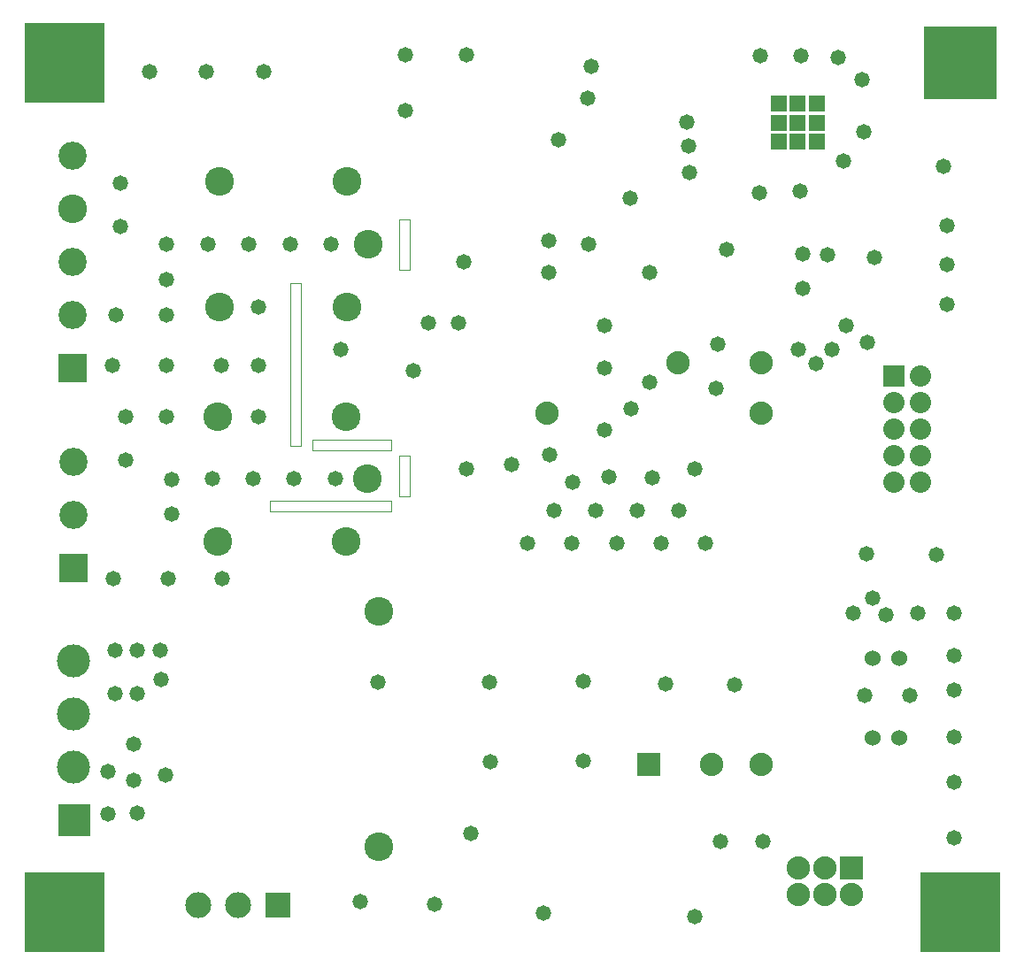
<source format=gbs>
G04*
G04 #@! TF.GenerationSoftware,Altium Limited,Altium Designer,21.0.8 (223)*
G04*
G04 Layer_Color=16711935*
%FSLAX25Y25*%
%MOIN*%
G70*
G04*
G04 #@! TF.SameCoordinates,7AAE0E32-72D2-4A0B-9A69-79E54AD05685*
G04*
G04*
G04 #@! TF.FilePolarity,Negative*
G04*
G01*
G75*
%ADD36C,0.10800*%
%ADD37R,0.09800X0.09800*%
%ADD38C,0.09800*%
%ADD39R,0.06000X0.06000*%
%ADD40C,0.08800*%
%ADD41R,0.08800X0.08800*%
%ADD42R,0.30000X0.30000*%
%ADD43R,0.27500X0.27500*%
%ADD44R,0.08000X0.08000*%
%ADD45C,0.08000*%
%ADD46C,0.06000*%
%ADD47C,0.10600*%
%ADD48R,0.10600X0.10600*%
%ADD49R,0.12411X0.12411*%
%ADD50C,0.12411*%
%ADD51C,0.05800*%
%ADD107C,0.00100*%
D36*
X124000Y245500D02*
D03*
X75970D02*
D03*
X124000Y292740D02*
D03*
X75970D02*
D03*
X131990Y269120D02*
D03*
X131490Y180620D02*
D03*
X75470Y204240D02*
D03*
X123500D02*
D03*
X75470Y157000D02*
D03*
X123500D02*
D03*
X136000Y130790D02*
D03*
Y42210D02*
D03*
X20600Y282500D02*
D03*
D37*
X98000Y20000D02*
D03*
D38*
X83000D02*
D03*
X68000D02*
D03*
D39*
X286500Y322100D02*
D03*
X301100Y307700D02*
D03*
X293800D02*
D03*
X286500D02*
D03*
X301100Y314900D02*
D03*
X293800D02*
D03*
X286500D02*
D03*
X301100Y322100D02*
D03*
X293800D02*
D03*
D40*
X280000Y205283D02*
D03*
X199291D02*
D03*
X261300Y73000D02*
D03*
X248504Y224575D02*
D03*
X280000Y73000D02*
D03*
Y224575D02*
D03*
X294000Y24000D02*
D03*
Y34000D02*
D03*
X304000Y24000D02*
D03*
Y34000D02*
D03*
X314000Y24000D02*
D03*
D41*
X237677Y73000D02*
D03*
X314000Y34000D02*
D03*
D42*
X355000Y17500D02*
D03*
X17500D02*
D03*
Y337500D02*
D03*
D43*
X355000D02*
D03*
D44*
X330000Y219500D02*
D03*
D45*
X340000D02*
D03*
X330000Y209500D02*
D03*
X340000D02*
D03*
X330000Y199500D02*
D03*
X340000D02*
D03*
X330000Y189500D02*
D03*
X340000D02*
D03*
X330000Y179500D02*
D03*
X340000D02*
D03*
D46*
X332000Y113000D02*
D03*
X322000D02*
D03*
Y83000D02*
D03*
X332000D02*
D03*
D47*
X20600Y302500D02*
D03*
Y262500D02*
D03*
Y242500D02*
D03*
X21000Y187000D02*
D03*
Y167000D02*
D03*
D48*
X20600Y222500D02*
D03*
X21000Y147000D02*
D03*
D49*
X21300Y52200D02*
D03*
D50*
X21000Y112000D02*
D03*
Y72000D02*
D03*
Y92000D02*
D03*
D51*
X294000Y229500D02*
D03*
X322041Y135840D02*
D03*
X118000Y269000D02*
D03*
X71500D02*
D03*
X56000D02*
D03*
X58000Y180500D02*
D03*
Y167500D02*
D03*
X119500Y180625D02*
D03*
X56000Y204000D02*
D03*
X90500D02*
D03*
Y223500D02*
D03*
Y245500D02*
D03*
X104125Y180625D02*
D03*
X88750D02*
D03*
X73375D02*
D03*
X40500Y187875D02*
D03*
Y204000D02*
D03*
X77035Y143000D02*
D03*
X56518D02*
D03*
X36000D02*
D03*
X54000Y105000D02*
D03*
X43500Y67000D02*
D03*
Y80625D02*
D03*
X55500Y69000D02*
D03*
X45000Y54875D02*
D03*
X34000Y70500D02*
D03*
Y54375D02*
D03*
X53500Y116000D02*
D03*
X45000D02*
D03*
Y99875D02*
D03*
X36500Y116000D02*
D03*
Y99875D02*
D03*
X76535Y223500D02*
D03*
X35500D02*
D03*
X56018D02*
D03*
X37000Y242500D02*
D03*
X38500Y292000D02*
D03*
Y275875D02*
D03*
X87000Y269000D02*
D03*
X56000Y255750D02*
D03*
Y242500D02*
D03*
X102500Y269000D02*
D03*
X121500Y229500D02*
D03*
X352607Y114042D02*
D03*
X314500Y130000D02*
D03*
X231000Y207000D02*
D03*
X300500Y224000D02*
D03*
X198000Y17000D02*
D03*
X264500Y44000D02*
D03*
X280500D02*
D03*
X306500Y229500D02*
D03*
X149000Y221500D02*
D03*
X200214Y189586D02*
D03*
X221000Y199000D02*
D03*
X262967Y214869D02*
D03*
X203500Y308500D02*
D03*
X214500Y324000D02*
D03*
X135500Y104000D02*
D03*
X270000Y103000D02*
D03*
X244000Y103500D02*
D03*
X213000Y104500D02*
D03*
X177500Y104000D02*
D03*
X129000Y21500D02*
D03*
X157000Y20500D02*
D03*
X170500Y47000D02*
D03*
X178000Y74000D02*
D03*
X213000Y74500D02*
D03*
X221000Y222500D02*
D03*
X327000Y129500D02*
D03*
X319000Y99000D02*
D03*
X336000D02*
D03*
X352500Y45500D02*
D03*
X254976Y15846D02*
D03*
X352607Y66500D02*
D03*
X252000Y315000D02*
D03*
X253000Y296000D02*
D03*
X295553Y265553D02*
D03*
X295500Y252541D02*
D03*
X320000Y232000D02*
D03*
X312000Y238500D02*
D03*
X252500Y306000D02*
D03*
X192000Y156500D02*
D03*
X319500Y152500D02*
D03*
X346000Y152000D02*
D03*
X339000Y130000D02*
D03*
X352607Y101000D02*
D03*
Y83500D02*
D03*
X305000Y265000D02*
D03*
X186000Y186000D02*
D03*
X217670Y168633D02*
D03*
X233335D02*
D03*
X249000D02*
D03*
X239000Y181000D02*
D03*
X208750Y156500D02*
D03*
X225500D02*
D03*
X242250D02*
D03*
X259000D02*
D03*
X255000Y184500D02*
D03*
X322584Y264000D02*
D03*
X350000Y276000D02*
D03*
Y261250D02*
D03*
Y246500D02*
D03*
X348500Y298500D02*
D03*
X318000Y331000D02*
D03*
X215000Y269000D02*
D03*
X221000Y238500D02*
D03*
X209000Y179500D02*
D03*
X202005Y168633D02*
D03*
X222712Y181321D02*
D03*
X216000Y336000D02*
D03*
X311000Y300500D02*
D03*
X318500Y311500D02*
D03*
X169000Y184500D02*
D03*
X352607Y130000D02*
D03*
X230500Y286500D02*
D03*
X200000Y270500D02*
D03*
X200103Y258387D02*
D03*
X267000Y267000D02*
D03*
X263500Y231500D02*
D03*
X238000Y258500D02*
D03*
Y217000D02*
D03*
X154500Y239500D02*
D03*
X166000D02*
D03*
X168000Y262500D02*
D03*
X146000Y319500D02*
D03*
X71000Y334000D02*
D03*
X92500D02*
D03*
X169000Y340500D02*
D03*
X146000D02*
D03*
X279329Y288375D02*
D03*
X294648Y289056D02*
D03*
X279500Y340000D02*
D03*
X308945Y339436D02*
D03*
X49500Y334000D02*
D03*
X295000Y340000D02*
D03*
D107*
X143585Y259500D02*
X147585D01*
X143585Y278443D02*
X147585D01*
Y259500D02*
Y278443D01*
X143585Y259500D02*
Y278443D01*
X95000Y172500D02*
X140500D01*
Y168500D02*
Y172500D01*
X95000Y168500D02*
X140500D01*
X95000D02*
Y172500D01*
X111000Y191500D02*
X140500D01*
Y195500D01*
X111000D02*
X140500D01*
X111000Y191500D02*
Y195500D01*
X143500Y174000D02*
X147500D01*
X143500D02*
Y189500D01*
X147500Y174000D02*
Y189500D01*
X143500D02*
X147500D01*
X102500Y193000D02*
Y254500D01*
Y193000D02*
X106500D01*
Y254500D01*
X102500D02*
X106500D01*
M02*

</source>
